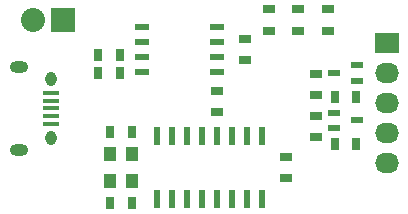
<source format=gts>
G04 #@! TF.FileFunction,Soldermask,Top*
%FSLAX46Y46*%
G04 Gerber Fmt 4.6, Leading zero omitted, Abs format (unit mm)*
G04 Created by KiCad (PCBNEW 4.0.2+dfsg1-stable) date Thu 01 Sep 2016 11:14:53 PM EEST*
%MOMM*%
G01*
G04 APERTURE LIST*
%ADD10C,0.100000*%
%ADD11R,1.143000X0.508000*%
%ADD12R,1.350000X0.400000*%
%ADD13O,0.950000X1.250000*%
%ADD14O,1.550000X1.000000*%
%ADD15R,0.800000X1.000000*%
%ADD16R,1.000760X0.599440*%
%ADD17R,1.000000X0.800000*%
%ADD18R,0.600000X1.500000*%
%ADD19R,2.032000X2.032000*%
%ADD20O,2.032000X2.032000*%
%ADD21R,2.032000X1.727200*%
%ADD22O,2.032000X1.727200*%
%ADD23R,1.100000X1.300000*%
G04 APERTURE END LIST*
D10*
D11*
X126825000Y-76905000D03*
X126825000Y-75635000D03*
X126825000Y-74365000D03*
X126825000Y-73095000D03*
X133175000Y-73095000D03*
X133175000Y-74365000D03*
X133175000Y-75635000D03*
X133175000Y-76905000D03*
D12*
X119062540Y-78699100D03*
X119062540Y-79349100D03*
X119062540Y-79999100D03*
X119062540Y-80649100D03*
X119062540Y-81299100D03*
D13*
X119062540Y-77499100D03*
X119062540Y-82499100D03*
D14*
X116362540Y-76499100D03*
X116362540Y-83499100D03*
D15*
X124100000Y-82000000D03*
X125900000Y-82000000D03*
D16*
X144949960Y-76349760D03*
X144949960Y-77650240D03*
X143050040Y-77000000D03*
D17*
X139000000Y-85900000D03*
X139000000Y-84100000D03*
X133100000Y-78500000D03*
X133100000Y-80300000D03*
D18*
X136945000Y-82300000D03*
X135675000Y-82300000D03*
X134405000Y-82300000D03*
X133135000Y-82300000D03*
X131865000Y-82300000D03*
X130595000Y-82300000D03*
X129325000Y-82300000D03*
X128055000Y-82300000D03*
X128055000Y-87700000D03*
X129325000Y-87700000D03*
X130595000Y-87700000D03*
X131865000Y-87700000D03*
X133135000Y-87700000D03*
X134405000Y-87700000D03*
X135675000Y-87700000D03*
X136945000Y-87700000D03*
D17*
X137500000Y-73400000D03*
X137500000Y-71600000D03*
X142500000Y-73400000D03*
X142500000Y-71600000D03*
X140000000Y-73400000D03*
X140000000Y-71600000D03*
D15*
X125900000Y-88000000D03*
X124100000Y-88000000D03*
D19*
X120080000Y-72540000D03*
D20*
X117540000Y-72540000D03*
D16*
X143050040Y-81650240D03*
X143050040Y-80349760D03*
X144949960Y-81000000D03*
D17*
X141500000Y-80600000D03*
X141500000Y-82400000D03*
D15*
X143100000Y-83000000D03*
X144900000Y-83000000D03*
D17*
X135500000Y-74100000D03*
X135500000Y-75900000D03*
X141500000Y-78900000D03*
X141500000Y-77100000D03*
D15*
X144900000Y-79000000D03*
X143100000Y-79000000D03*
D21*
X147500000Y-74460000D03*
D22*
X147500000Y-77000000D03*
X147500000Y-79540000D03*
X147500000Y-82080000D03*
X147500000Y-84620000D03*
D23*
X124050000Y-86150000D03*
X124050000Y-83850000D03*
X125950000Y-83850000D03*
X125950000Y-86150000D03*
D15*
X124900000Y-75500000D03*
X123100000Y-75500000D03*
X123100000Y-77000000D03*
X124900000Y-77000000D03*
M02*

</source>
